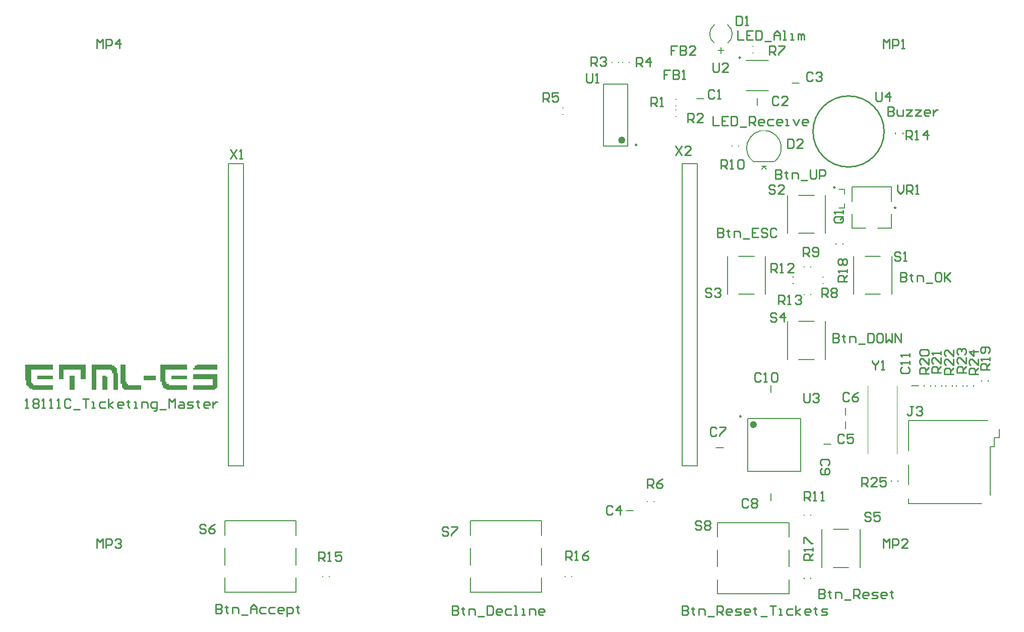
<source format=gbr>
%TF.GenerationSoftware,Altium Limited,Altium Designer,21.6.1 (37)*%
G04 Layer_Color=65535*
%FSLAX43Y43*%
%MOMM*%
%TF.SameCoordinates,2DC9C271-DD38-4FBD-9B37-034AA9505664*%
%TF.FilePolarity,Positive*%
%TF.FileFunction,Legend,Top*%
%TF.Part,Single*%
G01*
G75*
%TA.AperFunction,NonConductor*%
%ADD49C,0.200*%
%ADD50C,0.254*%
%ADD51C,0.250*%
%ADD52C,0.600*%
%ADD53C,0.100*%
%ADD54C,0.152*%
G36*
X12889Y45599D02*
Y45396D01*
Y45192D01*
Y44989D01*
Y44786D01*
Y44583D01*
Y44380D01*
Y44176D01*
Y43973D01*
Y43770D01*
Y43567D01*
Y43364D01*
X12076D01*
Y43567D01*
Y43770D01*
Y43973D01*
Y44176D01*
Y44380D01*
Y44583D01*
Y44786D01*
Y44989D01*
X9231D01*
Y44786D01*
Y44583D01*
Y44380D01*
Y44176D01*
Y43973D01*
Y43770D01*
Y43567D01*
Y43364D01*
X8418D01*
Y43567D01*
Y43770D01*
Y43973D01*
Y44176D01*
Y44380D01*
Y44583D01*
Y44786D01*
Y44989D01*
Y45192D01*
Y45396D01*
Y45599D01*
Y45802D01*
X12889D01*
Y45599D01*
D02*
G37*
G36*
X7402Y43770D02*
Y43567D01*
Y43364D01*
X4761D01*
Y43567D01*
Y43770D01*
Y43973D01*
X7402D01*
Y43770D01*
D02*
G37*
G36*
X17359Y45599D02*
X17765D01*
Y45396D01*
X17969D01*
Y45192D01*
X18172D01*
Y44989D01*
Y44786D01*
Y44583D01*
Y44380D01*
X18375D01*
Y44176D01*
Y43973D01*
Y43770D01*
Y43567D01*
Y43364D01*
Y43160D01*
Y42957D01*
Y42754D01*
Y42551D01*
Y42348D01*
Y42144D01*
Y41941D01*
Y41738D01*
Y41535D01*
X17562D01*
Y41738D01*
Y41941D01*
Y42144D01*
Y42348D01*
Y42551D01*
Y42754D01*
Y42957D01*
Y43160D01*
Y43364D01*
Y43567D01*
Y43770D01*
Y43973D01*
Y44176D01*
Y44380D01*
X17359D01*
Y44583D01*
Y44786D01*
X17156D01*
Y44989D01*
X14717D01*
Y44786D01*
Y44583D01*
Y44380D01*
Y44176D01*
Y43973D01*
Y43770D01*
Y43567D01*
Y43364D01*
Y43160D01*
Y42957D01*
Y42754D01*
Y42551D01*
Y42348D01*
Y42144D01*
Y41941D01*
Y41738D01*
Y41535D01*
X13905D01*
Y41738D01*
Y41941D01*
Y42144D01*
Y42348D01*
Y42551D01*
Y42754D01*
Y42957D01*
Y43160D01*
Y43364D01*
Y43567D01*
Y43770D01*
Y43973D01*
Y44176D01*
Y44380D01*
Y44583D01*
Y44786D01*
Y44989D01*
Y45192D01*
Y45396D01*
Y45599D01*
Y45802D01*
X17359D01*
Y45599D01*
D02*
G37*
G36*
X16343Y43770D02*
X16546D01*
Y43567D01*
Y43364D01*
Y43160D01*
Y42957D01*
Y42754D01*
Y42551D01*
Y42348D01*
Y42144D01*
Y41941D01*
Y41738D01*
Y41535D01*
X15733D01*
Y41738D01*
Y41941D01*
Y42144D01*
Y42348D01*
Y42551D01*
Y42754D01*
Y42957D01*
Y43160D01*
Y43364D01*
Y43567D01*
Y43770D01*
Y43973D01*
X16343D01*
Y43770D01*
D02*
G37*
G36*
X11060D02*
Y43567D01*
Y43364D01*
Y43160D01*
Y42957D01*
Y42754D01*
Y42551D01*
Y42348D01*
Y42144D01*
Y41941D01*
Y41738D01*
Y41535D01*
X10247D01*
Y41738D01*
Y41941D01*
Y42144D01*
Y42348D01*
Y42551D01*
Y42754D01*
Y42957D01*
Y43160D01*
Y43364D01*
Y43567D01*
Y43770D01*
Y43973D01*
X11060D01*
Y43770D01*
D02*
G37*
G36*
X7402Y45599D02*
Y45396D01*
Y45192D01*
Y44989D01*
X3745D01*
Y44786D01*
Y44583D01*
Y44380D01*
Y44176D01*
Y43973D01*
Y43770D01*
Y43567D01*
Y43364D01*
Y43160D01*
Y42957D01*
Y42754D01*
X3948D01*
Y42551D01*
X4151D01*
Y42348D01*
X7402D01*
Y42144D01*
Y41941D01*
Y41738D01*
Y41535D01*
X3948D01*
Y41738D01*
X3541D01*
Y41941D01*
X3338D01*
Y42144D01*
X3135D01*
Y42348D01*
X2932D01*
Y42551D01*
Y42754D01*
Y42957D01*
Y43160D01*
X2729D01*
Y43364D01*
Y43567D01*
Y43770D01*
Y43973D01*
Y44176D01*
Y44380D01*
Y44583D01*
Y44786D01*
Y44989D01*
Y45192D01*
Y45396D01*
Y45599D01*
Y45802D01*
X7402D01*
Y45599D01*
D02*
G37*
G36*
X35037D02*
Y45396D01*
Y45192D01*
Y44989D01*
X30973D01*
Y45192D01*
X31177D01*
Y45396D01*
Y45599D01*
X31583D01*
Y45802D01*
X35037D01*
Y45599D01*
D02*
G37*
G36*
X29957Y43770D02*
Y43567D01*
Y43364D01*
X27316D01*
Y43567D01*
Y43770D01*
Y43973D01*
X29957D01*
Y43770D01*
D02*
G37*
G36*
X24674D02*
Y43567D01*
Y43364D01*
Y43160D01*
X22642D01*
Y43364D01*
Y43567D01*
Y43770D01*
Y43973D01*
X24674D01*
Y43770D01*
D02*
G37*
G36*
X35037Y43973D02*
Y43770D01*
Y43567D01*
Y43364D01*
Y43160D01*
Y42957D01*
Y42754D01*
Y42551D01*
Y42348D01*
Y42144D01*
Y41941D01*
X34834D01*
Y41738D01*
X34631D01*
Y41535D01*
X30973D01*
Y41738D01*
Y41941D01*
Y42144D01*
Y42348D01*
X34225D01*
Y42551D01*
Y42754D01*
Y42957D01*
Y43160D01*
Y43364D01*
X30973D01*
Y43567D01*
Y43770D01*
Y43973D01*
Y44176D01*
X35037D01*
Y43973D01*
D02*
G37*
G36*
X29957Y45599D02*
Y45396D01*
Y45192D01*
Y44989D01*
X26300D01*
Y44786D01*
Y44583D01*
Y44380D01*
Y44176D01*
Y43973D01*
Y43770D01*
Y43567D01*
Y43364D01*
Y43160D01*
Y42957D01*
X26503D01*
Y42754D01*
Y42551D01*
X26909D01*
Y42348D01*
X29957D01*
Y42144D01*
Y41941D01*
Y41738D01*
Y41535D01*
X26503D01*
Y41738D01*
X26097D01*
Y41941D01*
X25893D01*
Y42144D01*
Y42348D01*
X25690D01*
Y42551D01*
Y42754D01*
Y42957D01*
X25487D01*
Y43160D01*
Y43364D01*
Y43567D01*
Y43770D01*
Y43973D01*
Y44176D01*
Y44380D01*
Y44583D01*
Y44786D01*
Y44989D01*
Y45192D01*
Y45396D01*
Y45599D01*
Y45802D01*
X29957D01*
Y45599D01*
D02*
G37*
G36*
X19594D02*
Y45396D01*
Y45192D01*
Y44989D01*
Y44786D01*
Y44583D01*
Y44380D01*
Y44176D01*
Y43973D01*
Y43770D01*
Y43567D01*
Y43364D01*
Y43160D01*
Y42957D01*
X19797D01*
Y42754D01*
Y42551D01*
X20001D01*
Y42348D01*
X22236D01*
Y42144D01*
Y41941D01*
Y41738D01*
Y41535D01*
X19391D01*
Y41738D01*
X19188D01*
Y41941D01*
X18985D01*
Y42144D01*
Y42348D01*
Y42551D01*
X18781D01*
Y42754D01*
Y42957D01*
Y43160D01*
Y43364D01*
Y43567D01*
Y43770D01*
Y43973D01*
Y44176D01*
Y44380D01*
Y44583D01*
Y44786D01*
Y44989D01*
Y45192D01*
Y45396D01*
Y45599D01*
Y45802D01*
X19594D01*
Y45599D01*
D02*
G37*
D49*
X128677Y80017D02*
G03*
X128341Y84715I-1857J2228D01*
G01*
X128493Y84614D02*
G03*
X124977Y80006I-1672J-2369D01*
G01*
X120751Y99888D02*
G03*
X120740Y102920I-1151J1512D01*
G01*
X118460D02*
G03*
X118449Y99888I1140J-1520D01*
G01*
X122591Y64045D02*
X125191D01*
X122591Y57645D02*
X125191D01*
X127091D02*
Y64045D01*
X120691Y57645D02*
Y64045D01*
X36861Y28765D02*
X39401D01*
X36861D02*
Y79565D01*
X39401D01*
Y77660D02*
Y79565D01*
Y28765D02*
Y77660D01*
X115500Y90516D02*
X116700D01*
X125043Y79959D02*
X128599D01*
X141891Y57645D02*
Y64045D01*
X148291Y57645D02*
Y64045D01*
X143791Y57645D02*
X146391D01*
X143791Y64045D02*
X146391D01*
X138875Y66025D02*
Y66225D01*
X140125Y66025D02*
Y66225D01*
X162050Y42200D02*
Y42300D01*
X160950Y42200D02*
Y42300D01*
X160250Y42200D02*
Y42300D01*
X159150Y42200D02*
Y42300D01*
X158449Y42200D02*
Y42300D01*
X157349Y42200D02*
Y42300D01*
X156649Y42200D02*
Y42300D01*
X155549Y42200D02*
Y42300D01*
X151100Y31350D02*
Y36400D01*
Y25650D02*
Y28950D01*
Y22400D02*
Y23250D01*
X166300Y33500D02*
Y35000D01*
X151100Y36400D02*
X164400D01*
X151100Y22400D02*
X163400D01*
X165450Y33500D02*
X166300D01*
X165450Y32000D02*
Y33500D01*
X164850Y32000D02*
X165450D01*
X164850Y23850D02*
Y32000D01*
X149300Y26200D02*
Y26300D01*
X148200Y26200D02*
Y26300D01*
X118787Y31825D02*
X119987D01*
X142941Y11693D02*
Y18093D01*
X136541Y11693D02*
Y18093D01*
X138441D02*
X141041D01*
X138441Y11693D02*
X141041D01*
X133600Y9850D02*
Y9950D01*
X134700Y9850D02*
Y9950D01*
X89501Y17095D02*
Y19535D01*
Y12105D02*
Y14965D01*
Y7535D02*
Y9975D01*
X77501Y7535D02*
Y9975D01*
Y12105D02*
Y14965D01*
Y17095D02*
Y19535D01*
Y7535D02*
X89501D01*
X77501Y19535D02*
X89501D01*
X124050Y27825D02*
Y36725D01*
X132950Y27825D02*
Y36725D01*
X124050D02*
X132950D01*
X124050Y27825D02*
X132950D01*
X132661Y74275D02*
X135261D01*
X132661Y67875D02*
X135261D01*
X137161D02*
Y74275D01*
X130761Y67875D02*
Y74275D01*
X131001Y16810D02*
Y19250D01*
Y11820D02*
Y14680D01*
Y7250D02*
Y9690D01*
X119001Y7250D02*
Y9690D01*
Y11820D02*
Y14680D01*
Y16810D02*
Y19250D01*
Y7250D02*
X131001D01*
X119001Y19250D02*
X131001D01*
X120685Y102924D02*
X120740Y102920D01*
X118460D02*
X118515Y102924D01*
X119600Y98110D02*
Y99110D01*
X119100Y98610D02*
X120100D01*
X141648Y75714D02*
X148248D01*
Y73209D02*
Y75714D01*
Y68724D02*
Y71159D01*
X141648Y68724D02*
Y71159D01*
Y73209D02*
Y75714D01*
X145973Y68724D02*
X148248D01*
X141648D02*
X143923D01*
X123834Y91834D02*
X127534D01*
X123834Y96934D02*
X127534D01*
X122584Y82575D02*
Y82675D01*
X121484Y82575D02*
Y82675D01*
X130761Y46675D02*
Y53075D01*
X137161Y46675D02*
Y53075D01*
X132661Y46675D02*
X135261D01*
X132661Y53075D02*
X135261D01*
X103933Y82550D02*
Y92950D01*
X99833Y82550D02*
Y92950D01*
Y82550D02*
X103933D01*
X99833Y92950D02*
X103933D01*
X151600Y42250D02*
X152800D01*
X140330Y72139D02*
Y72889D01*
X139430Y72139D02*
X140330D01*
Y74489D02*
Y75239D01*
X139430D02*
X140330D01*
X153749Y42200D02*
Y42300D01*
X154849Y42200D02*
Y42300D01*
X48251Y17095D02*
Y19535D01*
Y12105D02*
Y14965D01*
Y7535D02*
Y9975D01*
X36251Y7535D02*
Y9975D01*
Y12105D02*
Y14965D01*
Y17095D02*
Y19535D01*
Y7535D02*
X48251D01*
X36251Y19535D02*
X48251D01*
X164450Y43050D02*
Y43150D01*
X163350Y43050D02*
Y43150D01*
X94550Y10135D02*
Y10235D01*
X93450Y10135D02*
Y10235D01*
X53800Y10135D02*
Y10235D01*
X52700Y10135D02*
Y10235D01*
X150125Y84600D02*
Y84800D01*
X148875Y84600D02*
Y84800D01*
X133611Y57595D02*
Y57695D01*
X134711Y57595D02*
Y57695D01*
X131661Y60535D02*
X131761D01*
X131661Y59435D02*
X131761D01*
X133600Y20508D02*
Y20608D01*
X134700Y20508D02*
Y20608D01*
X134711Y62255D02*
Y62355D01*
X133611Y62255D02*
Y62355D01*
X136700Y59435D02*
X136800D01*
X136700Y60535D02*
X136800D01*
X124934Y99300D02*
X125034D01*
X124934Y98200D02*
X125034D01*
X107200Y22800D02*
Y22900D01*
X108300Y22800D02*
Y22900D01*
X93000Y87850D02*
X93100D01*
X93000Y88950D02*
X93100D01*
X104233Y96600D02*
Y96700D01*
X103133Y96600D02*
Y96700D01*
X102433Y96600D02*
Y96700D01*
X101333Y96600D02*
Y96700D01*
X111950Y88625D02*
X112050D01*
X111950Y87525D02*
X112050D01*
X111950Y90450D02*
X112050D01*
X111950Y89350D02*
X112050D01*
X127975Y41150D02*
Y42350D01*
X136891Y32469D02*
X138091D01*
X127975Y22950D02*
Y24150D01*
X140500Y37325D02*
Y38525D01*
Y35069D02*
Y36269D01*
X103650Y21250D02*
X104850D01*
X131564Y93159D02*
X132764D01*
X125695Y89409D02*
Y90609D01*
X115611Y28765D02*
Y77660D01*
Y79565D01*
X113071D02*
X115611D01*
X113071Y28765D02*
Y79565D01*
Y28765D02*
X115611D01*
D50*
X146989Y85000D02*
G03*
X146989Y85000I-5969J0D01*
G01*
X140750Y59750D02*
X139226D01*
Y60512D01*
X139480Y60766D01*
X139988D01*
X140242Y60512D01*
Y59750D01*
Y60258D02*
X140750Y60766D01*
Y61274D02*
Y61781D01*
Y61527D01*
X139226D01*
X139480Y61274D01*
Y62543D02*
X139226Y62797D01*
Y63305D01*
X139480Y63559D01*
X139734D01*
X139988Y63305D01*
X140242Y63559D01*
X140496D01*
X140750Y63305D01*
Y62797D01*
X140496Y62543D01*
X140242D01*
X139988Y62797D01*
X139734Y62543D01*
X139480D01*
X139988Y62797D02*
Y63305D01*
X139871Y70660D02*
X138855D01*
X138601Y70406D01*
Y69898D01*
X138855Y69644D01*
X139871D01*
X140125Y69898D01*
Y70406D01*
X139617Y70152D02*
X140125Y70660D01*
Y70406D02*
X139871Y70660D01*
X140125Y71167D02*
Y71675D01*
Y71421D01*
X138601D01*
X138855Y71167D01*
X147595Y89173D02*
Y87649D01*
X148356D01*
X148610Y87903D01*
Y88157D01*
X148356Y88411D01*
X147595D01*
X148356D01*
X148610Y88665D01*
Y88919D01*
X148356Y89173D01*
X147595D01*
X149118Y88665D02*
Y87903D01*
X149372Y87649D01*
X150134D01*
Y88665D01*
X150642D02*
X151657D01*
X150642Y87649D01*
X151657D01*
X152165Y88665D02*
X153181D01*
X152165Y87649D01*
X153181D01*
X154450D02*
X153943D01*
X153689Y87903D01*
Y88411D01*
X153943Y88665D01*
X154450D01*
X154704Y88411D01*
Y88157D01*
X153689D01*
X155212Y88665D02*
Y87649D01*
Y88157D01*
X155466Y88411D01*
X155720Y88665D01*
X155974D01*
X118254Y87526D02*
Y86003D01*
X119270D01*
X120793Y87526D02*
X119778D01*
Y86003D01*
X120793D01*
X119778Y86765D02*
X120285D01*
X121301Y87526D02*
Y86003D01*
X122063D01*
X122317Y86257D01*
Y87272D01*
X122063Y87526D01*
X121301D01*
X122825Y85749D02*
X123840D01*
X124348Y86003D02*
Y87526D01*
X125110D01*
X125364Y87272D01*
Y86765D01*
X125110Y86511D01*
X124348D01*
X124856D02*
X125364Y86003D01*
X126633D02*
X126125D01*
X125872Y86257D01*
Y86765D01*
X126125Y87019D01*
X126633D01*
X126887Y86765D01*
Y86511D01*
X125872D01*
X128411Y87019D02*
X127649D01*
X127395Y86765D01*
Y86257D01*
X127649Y86003D01*
X128411D01*
X129680D02*
X129172D01*
X128919Y86257D01*
Y86765D01*
X129172Y87019D01*
X129680D01*
X129934Y86765D01*
Y86511D01*
X128919D01*
X130442Y86003D02*
X130950D01*
X130696D01*
Y87019D01*
X130442D01*
X131712D02*
X132219Y86003D01*
X132727Y87019D01*
X133997Y86003D02*
X133489D01*
X133235Y86257D01*
Y86765D01*
X133489Y87019D01*
X133997D01*
X134251Y86765D01*
Y86511D01*
X133235D01*
X122367Y101931D02*
Y100408D01*
X123382D01*
X124906Y101931D02*
X123890D01*
Y100408D01*
X124906D01*
X123890Y101170D02*
X124398D01*
X125414Y101931D02*
Y100408D01*
X126176D01*
X126429Y100662D01*
Y101678D01*
X126176Y101931D01*
X125414D01*
X126937Y100154D02*
X127953D01*
X128461Y100408D02*
Y101424D01*
X128969Y101931D01*
X129476Y101424D01*
Y100408D01*
Y101170D01*
X128461D01*
X129984Y100408D02*
X130492D01*
X130238D01*
Y101931D01*
X129984D01*
X131254Y100408D02*
X131762D01*
X131508D01*
Y101424D01*
X131254D01*
X132523Y100408D02*
Y101424D01*
X132777D01*
X133031Y101170D01*
Y100408D01*
Y101170D01*
X133285Y101424D01*
X133539Y101170D01*
Y100408D01*
X119004Y68781D02*
Y67258D01*
X119766D01*
X120020Y67512D01*
Y67766D01*
X119766Y68020D01*
X119004D01*
X119766D01*
X120020Y68274D01*
Y68528D01*
X119766Y68781D01*
X119004D01*
X120781Y68528D02*
Y68274D01*
X120528D01*
X121035D01*
X120781D01*
Y67512D01*
X121035Y67258D01*
X121797D02*
Y68274D01*
X122559D01*
X122813Y68020D01*
Y67258D01*
X123321Y67004D02*
X124336D01*
X125860Y68781D02*
X124844D01*
Y67258D01*
X125860D01*
X124844Y68020D02*
X125352D01*
X127383Y68528D02*
X127129Y68781D01*
X126622D01*
X126368Y68528D01*
Y68274D01*
X126622Y68020D01*
X127129D01*
X127383Y67766D01*
Y67512D01*
X127129Y67258D01*
X126622D01*
X126368Y67512D01*
X128907Y68528D02*
X128653Y68781D01*
X128145D01*
X127891Y68528D01*
Y67512D01*
X128145Y67258D01*
X128653D01*
X128907Y67512D01*
X128747Y78546D02*
Y77023D01*
X129509D01*
X129763Y77277D01*
Y77531D01*
X129509Y77785D01*
X128747D01*
X129509D01*
X129763Y78039D01*
Y78293D01*
X129509Y78546D01*
X128747D01*
X130524Y78293D02*
Y78039D01*
X130271D01*
X130778D01*
X130524D01*
Y77277D01*
X130778Y77023D01*
X131540D02*
Y78039D01*
X132302D01*
X132556Y77785D01*
Y77023D01*
X133064Y76769D02*
X134079D01*
X134587Y78546D02*
Y77277D01*
X134841Y77023D01*
X135349D01*
X135603Y77277D01*
Y78546D01*
X136111Y77023D02*
Y78546D01*
X136872D01*
X137126Y78293D01*
Y77785D01*
X136872Y77531D01*
X136111D01*
X138395Y51031D02*
Y49508D01*
X139156D01*
X139410Y49762D01*
Y50016D01*
X139156Y50270D01*
X138395D01*
X139156D01*
X139410Y50524D01*
Y50778D01*
X139156Y51031D01*
X138395D01*
X140172Y50778D02*
Y50524D01*
X139918D01*
X140426D01*
X140172D01*
Y49762D01*
X140426Y49508D01*
X141188D02*
Y50524D01*
X141949D01*
X142203Y50270D01*
Y49508D01*
X142711Y49254D02*
X143727D01*
X144235Y51031D02*
Y49508D01*
X144997D01*
X145250Y49762D01*
Y50778D01*
X144997Y51031D01*
X144235D01*
X146520D02*
X146012D01*
X145758Y50778D01*
Y49762D01*
X146012Y49508D01*
X146520D01*
X146774Y49762D01*
Y50778D01*
X146520Y51031D01*
X147282D02*
Y49508D01*
X147790Y50016D01*
X148297Y49508D01*
Y51031D01*
X148805Y49508D02*
Y51031D01*
X149821Y49508D01*
Y51031D01*
X149754Y61281D02*
Y59758D01*
X150516D01*
X150770Y60012D01*
Y60266D01*
X150516Y60520D01*
X149754D01*
X150516D01*
X150770Y60774D01*
Y61028D01*
X150516Y61281D01*
X149754D01*
X151531Y61028D02*
Y60774D01*
X151278D01*
X151785D01*
X151531D01*
Y60012D01*
X151785Y59758D01*
X152547D02*
Y60774D01*
X153309D01*
X153563Y60520D01*
Y59758D01*
X154071Y59504D02*
X155086D01*
X156356Y61281D02*
X155848D01*
X155594Y61028D01*
Y60012D01*
X155848Y59758D01*
X156356D01*
X156610Y60012D01*
Y61028D01*
X156356Y61281D01*
X157118D02*
Y59758D01*
Y60266D01*
X158133Y61281D01*
X157372Y60520D01*
X158133Y59758D01*
X74504Y5281D02*
Y3758D01*
X75266D01*
X75520Y4012D01*
Y4266D01*
X75266Y4520D01*
X74504D01*
X75266D01*
X75520Y4774D01*
Y5028D01*
X75266Y5281D01*
X74504D01*
X76281Y5028D02*
Y4774D01*
X76028D01*
X76535D01*
X76281D01*
Y4012D01*
X76535Y3758D01*
X77297D02*
Y4774D01*
X78059D01*
X78313Y4520D01*
Y3758D01*
X78821Y3504D02*
X79836D01*
X80344Y5281D02*
Y3758D01*
X81106D01*
X81360Y4012D01*
Y5028D01*
X81106Y5281D01*
X80344D01*
X82629Y3758D02*
X82122D01*
X81868Y4012D01*
Y4520D01*
X82122Y4774D01*
X82629D01*
X82883Y4520D01*
Y4266D01*
X81868D01*
X84407Y4774D02*
X83645D01*
X83391Y4520D01*
Y4012D01*
X83645Y3758D01*
X84407D01*
X84915D02*
X85422D01*
X85169D01*
Y5281D01*
X84915D01*
X86184Y3758D02*
X86692D01*
X86438D01*
Y4774D01*
X86184D01*
X87454Y3758D02*
Y4774D01*
X88216D01*
X88469Y4520D01*
Y3758D01*
X89739D02*
X89231D01*
X88977Y4012D01*
Y4520D01*
X89231Y4774D01*
X89739D01*
X89993Y4520D01*
Y4266D01*
X88977D01*
X34754Y5535D02*
Y4012D01*
X35516D01*
X35770Y4266D01*
Y4520D01*
X35516Y4774D01*
X34754D01*
X35516D01*
X35770Y5028D01*
Y5281D01*
X35516Y5535D01*
X34754D01*
X36531Y5281D02*
Y5028D01*
X36278D01*
X36785D01*
X36531D01*
Y4266D01*
X36785Y4012D01*
X37547D02*
Y5028D01*
X38309D01*
X38563Y4774D01*
Y4012D01*
X39071Y3758D02*
X40086D01*
X40594Y4012D02*
Y5028D01*
X41102Y5535D01*
X41610Y5028D01*
Y4012D01*
Y4774D01*
X40594D01*
X43133Y5028D02*
X42372D01*
X42118Y4774D01*
Y4266D01*
X42372Y4012D01*
X43133D01*
X44657Y5028D02*
X43895D01*
X43641Y4774D01*
Y4266D01*
X43895Y4012D01*
X44657D01*
X45926D02*
X45419D01*
X45165Y4266D01*
Y4774D01*
X45419Y5028D01*
X45926D01*
X46180Y4774D01*
Y4520D01*
X45165D01*
X46688Y3504D02*
Y5028D01*
X47450D01*
X47704Y4774D01*
Y4266D01*
X47450Y4012D01*
X46688D01*
X48466Y5281D02*
Y5028D01*
X48212D01*
X48719D01*
X48466D01*
Y4266D01*
X48719Y4012D01*
X113070Y5281D02*
Y3758D01*
X113831D01*
X114085Y4012D01*
Y4266D01*
X113831Y4520D01*
X113070D01*
X113831D01*
X114085Y4774D01*
Y5028D01*
X113831Y5281D01*
X113070D01*
X114847Y5028D02*
Y4774D01*
X114593D01*
X115101D01*
X114847D01*
Y4012D01*
X115101Y3758D01*
X115863D02*
Y4774D01*
X116625D01*
X116878Y4520D01*
Y3758D01*
X117386Y3504D02*
X118402D01*
X118910Y3758D02*
Y5281D01*
X119672D01*
X119925Y5028D01*
Y4520D01*
X119672Y4266D01*
X118910D01*
X119418D02*
X119925Y3758D01*
X121195D02*
X120687D01*
X120433Y4012D01*
Y4520D01*
X120687Y4774D01*
X121195D01*
X121449Y4520D01*
Y4266D01*
X120433D01*
X121957Y3758D02*
X122719D01*
X122972Y4012D01*
X122719Y4266D01*
X122211D01*
X121957Y4520D01*
X122211Y4774D01*
X122972D01*
X124242Y3758D02*
X123734D01*
X123480Y4012D01*
Y4520D01*
X123734Y4774D01*
X124242D01*
X124496Y4520D01*
Y4266D01*
X123480D01*
X125258Y5028D02*
Y4774D01*
X125004D01*
X125512D01*
X125258D01*
Y4012D01*
X125512Y3758D01*
X126273Y3504D02*
X127289D01*
X127797Y5281D02*
X128813D01*
X128305D01*
Y3758D01*
X129320D02*
X129828D01*
X129574D01*
Y4774D01*
X129320D01*
X131606D02*
X130844D01*
X130590Y4520D01*
Y4012D01*
X130844Y3758D01*
X131606D01*
X132114D02*
Y5281D01*
Y4266D02*
X132875Y4774D01*
X132114Y4266D02*
X132875Y3758D01*
X134399D02*
X133891D01*
X133637Y4012D01*
Y4520D01*
X133891Y4774D01*
X134399D01*
X134653Y4520D01*
Y4266D01*
X133637D01*
X135414Y5028D02*
Y4774D01*
X135161D01*
X135668D01*
X135414D01*
Y4012D01*
X135668Y3758D01*
X136430D02*
X137192D01*
X137446Y4012D01*
X137192Y4266D01*
X136684D01*
X136430Y4520D01*
X136684Y4774D01*
X137446D01*
X136004Y8031D02*
Y6508D01*
X136766D01*
X137020Y6762D01*
Y7016D01*
X136766Y7270D01*
X136004D01*
X136766D01*
X137020Y7524D01*
Y7778D01*
X136766Y8031D01*
X136004D01*
X137781Y7778D02*
Y7524D01*
X137528D01*
X138035D01*
X137781D01*
Y6762D01*
X138035Y6508D01*
X138797D02*
Y7524D01*
X139559D01*
X139813Y7270D01*
Y6508D01*
X140321Y6254D02*
X141336D01*
X141844Y6508D02*
Y8031D01*
X142606D01*
X142860Y7778D01*
Y7270D01*
X142606Y7016D01*
X141844D01*
X142352D02*
X142860Y6508D01*
X144129D02*
X143622D01*
X143368Y6762D01*
Y7270D01*
X143622Y7524D01*
X144129D01*
X144383Y7270D01*
Y7016D01*
X143368D01*
X144891Y6508D02*
X145653D01*
X145907Y6762D01*
X145653Y7016D01*
X145145D01*
X144891Y7270D01*
X145145Y7524D01*
X145907D01*
X147176Y6508D02*
X146669D01*
X146415Y6762D01*
Y7270D01*
X146669Y7524D01*
X147176D01*
X147430Y7270D01*
Y7016D01*
X146415D01*
X148192Y7778D02*
Y7524D01*
X147938D01*
X148446D01*
X148192D01*
Y6762D01*
X148446Y6508D01*
X2750Y38500D02*
X3258D01*
X3004D01*
Y40024D01*
X2750Y39770D01*
X4020D02*
X4274Y40024D01*
X4781D01*
X5035Y39770D01*
Y39516D01*
X4781Y39262D01*
X5035Y39008D01*
Y38754D01*
X4781Y38500D01*
X4274D01*
X4020Y38754D01*
Y39008D01*
X4274Y39262D01*
X4020Y39516D01*
Y39770D01*
X4274Y39262D02*
X4781D01*
X5543Y38500D02*
X6051D01*
X5797D01*
Y40024D01*
X5543Y39770D01*
X6813Y38500D02*
X7321D01*
X7067D01*
Y40024D01*
X6813Y39770D01*
X8082Y38500D02*
X8590D01*
X8336D01*
Y40024D01*
X8082Y39770D01*
X10368D02*
X10114Y40024D01*
X9606D01*
X9352Y39770D01*
Y38754D01*
X9606Y38500D01*
X10114D01*
X10368Y38754D01*
X10875Y38246D02*
X11891D01*
X12399Y40024D02*
X13415D01*
X12907D01*
Y38500D01*
X13922D02*
X14430D01*
X14176D01*
Y39516D01*
X13922D01*
X16208D02*
X15446D01*
X15192Y39262D01*
Y38754D01*
X15446Y38500D01*
X16208D01*
X16715D02*
Y40024D01*
Y39008D02*
X17477Y39516D01*
X16715Y39008D02*
X17477Y38500D01*
X19001D02*
X18493D01*
X18239Y38754D01*
Y39262D01*
X18493Y39516D01*
X19001D01*
X19255Y39262D01*
Y39008D01*
X18239D01*
X20016Y39770D02*
Y39516D01*
X19762D01*
X20270D01*
X20016D01*
Y38754D01*
X20270Y38500D01*
X21032D02*
X21540D01*
X21286D01*
Y39516D01*
X21032D01*
X22302Y38500D02*
Y39516D01*
X23063D01*
X23317Y39262D01*
Y38500D01*
X24333Y37992D02*
X24587D01*
X24841Y38246D01*
Y39516D01*
X24079D01*
X23825Y39262D01*
Y38754D01*
X24079Y38500D01*
X24841D01*
X25349Y38246D02*
X26364D01*
X26872Y38500D02*
Y40024D01*
X27380Y39516D01*
X27888Y40024D01*
Y38500D01*
X28650Y39516D02*
X29157D01*
X29411Y39262D01*
Y38500D01*
X28650D01*
X28396Y38754D01*
X28650Y39008D01*
X29411D01*
X29919Y38500D02*
X30681D01*
X30935Y38754D01*
X30681Y39008D01*
X30173D01*
X29919Y39262D01*
X30173Y39516D01*
X30935D01*
X31697Y39770D02*
Y39516D01*
X31443D01*
X31951D01*
X31697D01*
Y38754D01*
X31951Y38500D01*
X33474D02*
X32966D01*
X32712Y38754D01*
Y39262D01*
X32966Y39516D01*
X33474D01*
X33728Y39262D01*
Y39008D01*
X32712D01*
X34236Y39516D02*
Y38500D01*
Y39008D01*
X34490Y39262D01*
X34744Y39516D01*
X34998D01*
X122100Y104430D02*
Y102907D01*
X122862D01*
X123116Y103161D01*
Y104176D01*
X122862Y104430D01*
X122100D01*
X123624Y102907D02*
X124131D01*
X123877D01*
Y104430D01*
X123624Y104176D01*
X14820Y98945D02*
Y100469D01*
X15328Y99961D01*
X15836Y100469D01*
Y98945D01*
X16344D02*
Y100469D01*
X17106D01*
X17360Y100215D01*
Y99707D01*
X17106Y99453D01*
X16344D01*
X18629Y98945D02*
Y100469D01*
X17867Y99707D01*
X18883D01*
X14820Y14947D02*
Y16471D01*
X15328Y15963D01*
X15836Y16471D01*
Y14947D01*
X16344D02*
Y16471D01*
X17106D01*
X17360Y16217D01*
Y15709D01*
X17106Y15455D01*
X16344D01*
X17867Y16217D02*
X18121Y16471D01*
X18629D01*
X18883Y16217D01*
Y15963D01*
X18629Y15709D01*
X18375D01*
X18629D01*
X18883Y15455D01*
Y15201D01*
X18629Y14947D01*
X18121D01*
X17867Y15201D01*
X146824Y14947D02*
Y16471D01*
X147332Y15963D01*
X147840Y16471D01*
Y14947D01*
X148348D02*
Y16471D01*
X149109D01*
X149363Y16217D01*
Y15709D01*
X149109Y15455D01*
X148348D01*
X150887Y14947D02*
X149871D01*
X150887Y15963D01*
Y16217D01*
X150633Y16471D01*
X150125D01*
X149871Y16217D01*
X146824Y98945D02*
Y100469D01*
X147332Y99961D01*
X147840Y100469D01*
Y98945D01*
X148348D02*
Y100469D01*
X149109D01*
X149363Y100215D01*
Y99707D01*
X149109Y99453D01*
X148348D01*
X149871Y98945D02*
X150379D01*
X150125D01*
Y100469D01*
X149871Y100215D01*
X144984Y46512D02*
Y46258D01*
X145492Y45750D01*
X146000Y46258D01*
Y46512D01*
X145492Y45750D02*
Y44988D01*
X146508D02*
X147016D01*
X146762D01*
Y46512D01*
X146508Y46258D01*
X112234Y99431D02*
X111219D01*
Y98669D01*
X111726D01*
X111219D01*
Y97908D01*
X112742Y99431D02*
Y97908D01*
X113504D01*
X113758Y98161D01*
Y98415D01*
X113504Y98669D01*
X112742D01*
X113504D01*
X113758Y98923D01*
Y99177D01*
X113504Y99431D01*
X112742D01*
X115281Y97908D02*
X114266D01*
X115281Y98923D01*
Y99177D01*
X115027Y99431D01*
X114520D01*
X114266Y99177D01*
X111035Y95313D02*
X110020D01*
Y94551D01*
X110527D01*
X110020D01*
Y93789D01*
X111543Y95313D02*
Y93789D01*
X112305D01*
X112559Y94043D01*
Y94297D01*
X112305Y94551D01*
X111543D01*
X112305D01*
X112559Y94805D01*
Y95059D01*
X112305Y95313D01*
X111543D01*
X113067Y93789D02*
X113574D01*
X113321D01*
Y95313D01*
X113067Y95059D01*
X154500Y44250D02*
X152976D01*
Y45012D01*
X153230Y45266D01*
X153738D01*
X153992Y45012D01*
Y44250D01*
Y44758D02*
X154500Y45266D01*
Y46789D02*
Y45774D01*
X153484Y46789D01*
X153230D01*
X152976Y46535D01*
Y46027D01*
X153230Y45774D01*
Y47297D02*
X152976Y47551D01*
Y48059D01*
X153230Y48313D01*
X154246D01*
X154500Y48059D01*
Y47551D01*
X154246Y47297D01*
X153230D01*
X118276Y96558D02*
Y95288D01*
X118530Y95034D01*
X119037D01*
X119291Y95288D01*
Y96558D01*
X120815Y95034D02*
X119799D01*
X120815Y96050D01*
Y96304D01*
X120561Y96558D01*
X120053D01*
X119799Y96304D01*
X149250Y76008D02*
Y74993D01*
X149758Y74485D01*
X150266Y74993D01*
Y76008D01*
X150774Y74485D02*
Y76008D01*
X151535D01*
X151789Y75755D01*
Y75247D01*
X151535Y74993D01*
X150774D01*
X151281D02*
X151789Y74485D01*
X152297D02*
X152805D01*
X152551D01*
Y76008D01*
X152297Y75755D01*
X133500Y40968D02*
Y39699D01*
X133754Y39445D01*
X134262D01*
X134516Y39699D01*
Y40968D01*
X135024Y40715D02*
X135277Y40968D01*
X135785D01*
X136039Y40715D01*
Y40461D01*
X135785Y40207D01*
X135531D01*
X135785D01*
X136039Y39953D01*
Y39699D01*
X135785Y39445D01*
X135277D01*
X135024Y39699D01*
X97000Y94774D02*
Y93504D01*
X97254Y93250D01*
X97762D01*
X98016Y93504D01*
Y94774D01*
X98524Y93250D02*
X99031D01*
X98777D01*
Y94774D01*
X98524Y94520D01*
X116266Y19270D02*
X116012Y19524D01*
X115504D01*
X115250Y19270D01*
Y19016D01*
X115504Y18762D01*
X116012D01*
X116266Y18508D01*
Y18254D01*
X116012Y18000D01*
X115504D01*
X115250Y18254D01*
X116774Y19270D02*
X117027Y19524D01*
X117535D01*
X117789Y19270D01*
Y19016D01*
X117535Y18762D01*
X117789Y18508D01*
Y18254D01*
X117535Y18000D01*
X117027D01*
X116774Y18254D01*
Y18508D01*
X117027Y18762D01*
X116774Y19016D01*
Y19270D01*
X117027Y18762D02*
X117535D01*
X73766Y18270D02*
X73512Y18524D01*
X73004D01*
X72750Y18270D01*
Y18016D01*
X73004Y17762D01*
X73512D01*
X73766Y17508D01*
Y17254D01*
X73512Y17000D01*
X73004D01*
X72750Y17254D01*
X74274Y18524D02*
X75289D01*
Y18270D01*
X74274Y17254D01*
Y17000D01*
X33060Y18703D02*
X32806Y18956D01*
X32299D01*
X32045Y18703D01*
Y18449D01*
X32299Y18195D01*
X32806D01*
X33060Y17941D01*
Y17687D01*
X32806Y17433D01*
X32299D01*
X32045Y17687D01*
X34584Y18956D02*
X34076Y18703D01*
X33568Y18195D01*
Y17687D01*
X33822Y17433D01*
X34330D01*
X34584Y17687D01*
Y17941D01*
X34330Y18195D01*
X33568D01*
X144766Y20770D02*
X144512Y21024D01*
X144004D01*
X143750Y20770D01*
Y20516D01*
X144004Y20262D01*
X144512D01*
X144766Y20008D01*
Y19754D01*
X144512Y19500D01*
X144004D01*
X143750Y19754D01*
X146289Y21024D02*
X145274D01*
Y20262D01*
X145781Y20516D01*
X146035D01*
X146289Y20262D01*
Y19754D01*
X146035Y19500D01*
X145527D01*
X145274Y19754D01*
X128945Y54263D02*
X128691Y54516D01*
X128184D01*
X127930Y54263D01*
Y54009D01*
X128184Y53755D01*
X128691D01*
X128945Y53501D01*
Y53247D01*
X128691Y52993D01*
X128184D01*
X127930Y53247D01*
X130215Y52993D02*
Y54516D01*
X129453Y53755D01*
X130469D01*
X118016Y58450D02*
X117762Y58704D01*
X117254D01*
X117000Y58450D01*
Y58196D01*
X117254Y57942D01*
X117762D01*
X118016Y57688D01*
Y57434D01*
X117762Y57180D01*
X117254D01*
X117000Y57434D01*
X118524Y58450D02*
X118777Y58704D01*
X119285D01*
X119539Y58450D01*
Y58196D01*
X119285Y57942D01*
X119031D01*
X119285D01*
X119539Y57688D01*
Y57434D01*
X119285Y57180D01*
X118777D01*
X118524Y57434D01*
X128636Y75755D02*
X128382Y76008D01*
X127875D01*
X127621Y75755D01*
Y75501D01*
X127875Y75247D01*
X128382D01*
X128636Y74993D01*
Y74739D01*
X128382Y74485D01*
X127875D01*
X127621Y74739D01*
X130160Y74485D02*
X129144D01*
X130160Y75501D01*
Y75755D01*
X129906Y76008D01*
X129398D01*
X129144Y75755D01*
X149766Y64520D02*
X149512Y64774D01*
X149004D01*
X148750Y64520D01*
Y64266D01*
X149004Y64012D01*
X149512D01*
X149766Y63758D01*
Y63504D01*
X149512Y63250D01*
X149004D01*
X148750Y63504D01*
X150274Y63250D02*
X150781D01*
X150527D01*
Y64774D01*
X150274Y64520D01*
X164750Y45000D02*
X163226D01*
Y45762D01*
X163480Y46016D01*
X163988D01*
X164242Y45762D01*
Y45000D01*
Y45508D02*
X164750Y46016D01*
Y46524D02*
Y47031D01*
Y46777D01*
X163226D01*
X163480Y46524D01*
X164496Y47793D02*
X164750Y48047D01*
Y48555D01*
X164496Y48809D01*
X163480D01*
X163226Y48555D01*
Y48047D01*
X163480Y47793D01*
X163734D01*
X163988Y48047D01*
Y48809D01*
X135000Y12988D02*
X133476D01*
Y13750D01*
X133730Y14004D01*
X134238D01*
X134492Y13750D01*
Y12988D01*
Y13496D02*
X135000Y14004D01*
Y14511D02*
Y15019D01*
Y14765D01*
X133476D01*
X133730Y14511D01*
X133476Y15781D02*
Y16797D01*
X133730D01*
X134746Y15781D01*
X135000D01*
X93500Y12988D02*
Y14511D01*
X94262D01*
X94516Y14258D01*
Y13750D01*
X94262Y13496D01*
X93500D01*
X94008D02*
X94516Y12988D01*
X95024D02*
X95531D01*
X95277D01*
Y14511D01*
X95024Y14258D01*
X97309Y14511D02*
X96801Y14258D01*
X96293Y13750D01*
Y13242D01*
X96547Y12988D01*
X97055D01*
X97309Y13242D01*
Y13496D01*
X97055Y13750D01*
X96293D01*
X52000Y12750D02*
Y14274D01*
X52762D01*
X53016Y14020D01*
Y13512D01*
X52762Y13258D01*
X52000D01*
X52508D02*
X53016Y12750D01*
X53524D02*
X54031D01*
X53777D01*
Y14274D01*
X53524Y14020D01*
X55809Y14274D02*
X54793D01*
Y13512D01*
X55301Y13766D01*
X55555D01*
X55809Y13512D01*
Y13004D01*
X55555Y12750D01*
X55047D01*
X54793Y13004D01*
X150643Y83645D02*
Y85169D01*
X151405D01*
X151659Y84915D01*
Y84407D01*
X151405Y84153D01*
X150643D01*
X151151D02*
X151659Y83645D01*
X152167D02*
X152674D01*
X152420D01*
Y85169D01*
X152167Y84915D01*
X154198Y83645D02*
Y85169D01*
X153436Y84407D01*
X154452D01*
X129250Y55965D02*
Y57489D01*
X130012D01*
X130266Y57235D01*
Y56727D01*
X130012Y56473D01*
X129250D01*
X129758D02*
X130266Y55965D01*
X130774D02*
X131281D01*
X131027D01*
Y57489D01*
X130774Y57235D01*
X132043D02*
X132297Y57489D01*
X132805D01*
X133059Y57235D01*
Y56981D01*
X132805Y56727D01*
X132551D01*
X132805D01*
X133059Y56473D01*
Y56219D01*
X132805Y55965D01*
X132297D01*
X132043Y56219D01*
X127975Y61265D02*
Y62788D01*
X128737D01*
X128991Y62535D01*
Y62027D01*
X128737Y61773D01*
X127975D01*
X128483D02*
X128991Y61265D01*
X129499D02*
X130006D01*
X129752D01*
Y62788D01*
X129499Y62535D01*
X131784Y61265D02*
X130768D01*
X131784Y62281D01*
Y62535D01*
X131530Y62788D01*
X131022D01*
X130768Y62535D01*
X133600Y22950D02*
Y24474D01*
X134362D01*
X134616Y24220D01*
Y23712D01*
X134362Y23458D01*
X133600D01*
X134108D02*
X134616Y22950D01*
X135124D02*
X135631D01*
X135377D01*
Y24474D01*
X135124Y24220D01*
X136393Y22950D02*
X136901D01*
X136647D01*
Y24474D01*
X136393Y24220D01*
X119600Y78750D02*
Y80274D01*
X120362D01*
X120616Y80020D01*
Y79512D01*
X120362Y79258D01*
X119600D01*
X120108D02*
X120616Y78750D01*
X121124D02*
X121631D01*
X121377D01*
Y80274D01*
X121124Y80020D01*
X122393D02*
X122647Y80274D01*
X123155D01*
X123409Y80020D01*
Y79004D01*
X123155Y78750D01*
X122647D01*
X122393Y79004D01*
Y80020D01*
X133426Y64044D02*
Y65567D01*
X134187D01*
X134441Y65314D01*
Y64806D01*
X134187Y64552D01*
X133426D01*
X133933D02*
X134441Y64044D01*
X134949Y64298D02*
X135203Y64044D01*
X135711D01*
X135965Y64298D01*
Y65314D01*
X135711Y65567D01*
X135203D01*
X134949Y65314D01*
Y65060D01*
X135203Y64806D01*
X135965D01*
X136500Y57180D02*
Y58704D01*
X137262D01*
X137516Y58450D01*
Y57942D01*
X137262Y57688D01*
X136500D01*
X137008D02*
X137516Y57180D01*
X138024Y58450D02*
X138277Y58704D01*
X138785D01*
X139039Y58450D01*
Y58196D01*
X138785Y57942D01*
X139039Y57688D01*
Y57434D01*
X138785Y57180D01*
X138277D01*
X138024Y57434D01*
Y57688D01*
X138277Y57942D01*
X138024Y58196D01*
Y58450D01*
X138277Y57942D02*
X138785D01*
X127719Y97906D02*
Y99429D01*
X128481D01*
X128735Y99175D01*
Y98667D01*
X128481Y98413D01*
X127719D01*
X128227D02*
X128735Y97906D01*
X129243Y99429D02*
X130258D01*
Y99175D01*
X129243Y98159D01*
Y97906D01*
X107226Y25031D02*
Y26555D01*
X107987D01*
X108241Y26301D01*
Y25793D01*
X107987Y25539D01*
X107226D01*
X107733D02*
X108241Y25031D01*
X109765Y26555D02*
X109257Y26301D01*
X108749Y25793D01*
Y25285D01*
X109003Y25031D01*
X109511D01*
X109765Y25285D01*
Y25539D01*
X109511Y25793D01*
X108749D01*
X89750Y90000D02*
Y91524D01*
X90512D01*
X90766Y91270D01*
Y90762D01*
X90512Y90508D01*
X89750D01*
X90258D02*
X90766Y90000D01*
X92289Y91524D02*
X91274D01*
Y90762D01*
X91781Y91016D01*
X92035D01*
X92289Y90762D01*
Y90254D01*
X92035Y90000D01*
X91527D01*
X91274Y90254D01*
X105400Y95934D02*
Y97458D01*
X106162D01*
X106416Y97204D01*
Y96696D01*
X106162Y96442D01*
X105400D01*
X105908D02*
X106416Y95934D01*
X107685D02*
Y97458D01*
X106924Y96696D01*
X107939D01*
X97750Y96000D02*
Y97524D01*
X98512D01*
X98766Y97270D01*
Y96762D01*
X98512Y96508D01*
X97750D01*
X98258D02*
X98766Y96000D01*
X99274Y97270D02*
X99527Y97524D01*
X100035D01*
X100289Y97270D01*
Y97016D01*
X100035Y96762D01*
X99781D01*
X100035D01*
X100289Y96508D01*
Y96254D01*
X100035Y96000D01*
X99527D01*
X99274Y96254D01*
X114000Y86500D02*
Y88024D01*
X114762D01*
X115016Y87770D01*
Y87262D01*
X114762Y87008D01*
X114000D01*
X114508D02*
X115016Y86500D01*
X116539D02*
X115524D01*
X116539Y87516D01*
Y87770D01*
X116285Y88024D01*
X115777D01*
X115524Y87770D01*
X107825Y89250D02*
Y90774D01*
X108587D01*
X108841Y90520D01*
Y90012D01*
X108587Y89758D01*
X107825D01*
X108333D02*
X108841Y89250D01*
X109349D02*
X109856D01*
X109602D01*
Y90774D01*
X109349Y90520D01*
X151824Y38774D02*
X151316D01*
X151570D01*
Y37504D01*
X151316Y37250D01*
X151062D01*
X150808Y37504D01*
X152332Y38520D02*
X152586Y38774D01*
X153093D01*
X153347Y38520D01*
Y38266D01*
X153093Y38012D01*
X152839D01*
X153093D01*
X153347Y37758D01*
Y37504D01*
X153093Y37250D01*
X152586D01*
X152332Y37504D01*
X130761Y83768D02*
Y82245D01*
X131522D01*
X131776Y82499D01*
Y83515D01*
X131522Y83768D01*
X130761D01*
X133300Y82245D02*
X132284D01*
X133300Y83261D01*
Y83515D01*
X133046Y83768D01*
X132538D01*
X132284Y83515D01*
X150030Y45391D02*
X149776Y45137D01*
Y44629D01*
X150030Y44375D01*
X151046D01*
X151300Y44629D01*
Y45137D01*
X151046Y45391D01*
X151300Y45899D02*
Y46406D01*
Y46152D01*
X149776D01*
X150030Y45899D01*
X151300Y47168D02*
Y47676D01*
Y47422D01*
X149776D01*
X150030Y47168D01*
X126266Y44195D02*
X126012Y44449D01*
X125504D01*
X125250Y44195D01*
Y43180D01*
X125504Y42926D01*
X126012D01*
X126266Y43180D01*
X126774Y42926D02*
X127281D01*
X127027D01*
Y44449D01*
X126774Y44195D01*
X128043D02*
X128297Y44449D01*
X128805D01*
X129059Y44195D01*
Y43180D01*
X128805Y42926D01*
X128297D01*
X128043Y43180D01*
Y44195D01*
X137520Y28839D02*
X137774Y29093D01*
Y29601D01*
X137520Y29854D01*
X136504D01*
X136250Y29601D01*
Y29093D01*
X136504Y28839D01*
Y28331D02*
X136250Y28077D01*
Y27569D01*
X136504Y27315D01*
X137520D01*
X137774Y27569D01*
Y28077D01*
X137520Y28331D01*
X137266D01*
X137012Y28077D01*
Y27315D01*
X124148Y23020D02*
X123894Y23274D01*
X123386D01*
X123132Y23020D01*
Y22004D01*
X123386Y21750D01*
X123894D01*
X124148Y22004D01*
X124656Y23020D02*
X124910Y23274D01*
X125418D01*
X125672Y23020D01*
Y22766D01*
X125418Y22512D01*
X125672Y22258D01*
Y22004D01*
X125418Y21750D01*
X124910D01*
X124656Y22004D01*
Y22258D01*
X124910Y22512D01*
X124656Y22766D01*
Y23020D01*
X124910Y22512D02*
X125418D01*
X118866Y35020D02*
X118612Y35274D01*
X118105D01*
X117851Y35020D01*
Y34004D01*
X118105Y33750D01*
X118612D01*
X118866Y34004D01*
X119374Y35274D02*
X120390D01*
Y35020D01*
X119374Y34004D01*
Y33750D01*
X141135Y40876D02*
X140881Y41130D01*
X140373D01*
X140119Y40876D01*
Y39861D01*
X140373Y39607D01*
X140881D01*
X141135Y39861D01*
X142658Y41130D02*
X142150Y40876D01*
X141643Y40368D01*
Y39861D01*
X141896Y39607D01*
X142404D01*
X142658Y39861D01*
Y40115D01*
X142404Y40368D01*
X141643D01*
X140266Y33845D02*
X140012Y34098D01*
X139504D01*
X139250Y33845D01*
Y32829D01*
X139504Y32575D01*
X140012D01*
X140266Y32829D01*
X141789Y34098D02*
X140774D01*
Y33337D01*
X141281Y33591D01*
X141535D01*
X141789Y33337D01*
Y32829D01*
X141535Y32575D01*
X141027D01*
X140774Y32829D01*
X101424Y21857D02*
X101170Y22111D01*
X100662D01*
X100408Y21857D01*
Y20841D01*
X100662Y20587D01*
X101170D01*
X101424Y20841D01*
X102694Y20587D02*
Y22111D01*
X101932Y21349D01*
X102947D01*
X135016Y94770D02*
X134762Y95024D01*
X134254D01*
X134000Y94770D01*
Y93754D01*
X134254Y93500D01*
X134762D01*
X135016Y93754D01*
X135524Y94770D02*
X135777Y95024D01*
X136285D01*
X136539Y94770D01*
Y94516D01*
X136285Y94262D01*
X136031D01*
X136285D01*
X136539Y94008D01*
Y93754D01*
X136285Y93500D01*
X135777D01*
X135524Y93754D01*
X129266Y90679D02*
X129012Y90933D01*
X128504D01*
X128250Y90679D01*
Y89663D01*
X128504Y89409D01*
X129012D01*
X129266Y89663D01*
X130789Y89409D02*
X129774D01*
X130789Y90425D01*
Y90679D01*
X130535Y90933D01*
X130027D01*
X129774Y90679D01*
X118531Y91770D02*
X118277Y92024D01*
X117770D01*
X117516Y91770D01*
Y90754D01*
X117770Y90500D01*
X118277D01*
X118531Y90754D01*
X119039Y90500D02*
X119547D01*
X119293D01*
Y92024D01*
X119039Y91770D01*
X37215Y81957D02*
X38231Y80434D01*
Y81957D02*
X37215Y80434D01*
X38739D02*
X39247D01*
X38993D01*
Y81957D01*
X38739Y81703D01*
X112000Y82591D02*
X113016Y81068D01*
Y82591D02*
X112000Y81068D01*
X114539D02*
X113524D01*
X114539Y82084D01*
Y82338D01*
X114285Y82591D01*
X113777D01*
X113524Y82338D01*
X156512Y44473D02*
X154988D01*
Y45234D01*
X155242Y45488D01*
X155750D01*
X156004Y45234D01*
Y44473D01*
Y44980D02*
X156512Y45488D01*
Y47012D02*
Y45996D01*
X155496Y47012D01*
X155242D01*
X154988Y46758D01*
Y46250D01*
X155242Y45996D01*
X156512Y47520D02*
Y48027D01*
Y47774D01*
X154988D01*
X155242Y47520D01*
X158662Y44219D02*
X157138D01*
Y44980D01*
X157392Y45234D01*
X157900D01*
X158154Y44980D01*
Y44219D01*
Y44726D02*
X158662Y45234D01*
Y46758D02*
Y45742D01*
X157646Y46758D01*
X157392D01*
X157138Y46504D01*
Y45996D01*
X157392Y45742D01*
X158662Y48281D02*
Y47266D01*
X157646Y48281D01*
X157392D01*
X157138Y48027D01*
Y47520D01*
X157392Y47266D01*
X160762Y44469D02*
X159238D01*
Y45230D01*
X159492Y45484D01*
X160000D01*
X160254Y45230D01*
Y44469D01*
Y44976D02*
X160762Y45484D01*
Y47008D02*
Y45992D01*
X159746Y47008D01*
X159492D01*
X159238Y46754D01*
Y46246D01*
X159492Y45992D01*
Y47516D02*
X159238Y47770D01*
Y48277D01*
X159492Y48531D01*
X159746D01*
X160000Y48277D01*
Y48024D01*
Y48277D01*
X160254Y48531D01*
X160508D01*
X160762Y48277D01*
Y47770D01*
X160508Y47516D01*
X162762Y44219D02*
X161238D01*
Y44980D01*
X161492Y45234D01*
X162000D01*
X162254Y44980D01*
Y44219D01*
Y44726D02*
X162762Y45234D01*
Y46758D02*
Y45742D01*
X161746Y46758D01*
X161492D01*
X161238Y46504D01*
Y45996D01*
X161492Y45742D01*
X162762Y48027D02*
X161238D01*
X162000Y47266D01*
Y48281D01*
X143219Y25338D02*
Y26862D01*
X143980D01*
X144234Y26608D01*
Y26100D01*
X143980Y25846D01*
X143219D01*
X143726D02*
X144234Y25338D01*
X145758D02*
X144742D01*
X145758Y26354D01*
Y26608D01*
X145504Y26862D01*
X144996D01*
X144742Y26608D01*
X147281Y26862D02*
X146266D01*
Y26100D01*
X146774Y26354D01*
X147027D01*
X147281Y26100D01*
Y25592D01*
X147027Y25338D01*
X146520D01*
X146266Y25592D01*
X145593Y91621D02*
Y90351D01*
X145847Y90097D01*
X146355D01*
X146609Y90351D01*
Y91621D01*
X147878Y90097D02*
Y91621D01*
X147117Y90859D01*
X148132D01*
D51*
X122975Y37100D02*
G03*
X122975Y37100I-125J0D01*
G01*
X148973Y72184D02*
G03*
X148973Y72184I-125J0D01*
G01*
X122859Y97434D02*
G03*
X122859Y97434I-125J0D01*
G01*
X105458Y82750D02*
G03*
X105458Y82750I-125J0D01*
G01*
X138755Y75589D02*
G03*
X138755Y75589I-125J0D01*
G01*
D52*
X125350Y35725D02*
G03*
X125350Y35725I-300J0D01*
G01*
X103233Y83550D02*
G03*
X103233Y83550I-300J0D01*
G01*
D53*
X149141Y30850D02*
Y42250D01*
X144241Y30850D02*
Y42250D01*
D54*
X127201Y79197D02*
X126440D01*
X126694D01*
X127201Y78689D01*
X126821Y79070D01*
X126440Y78689D01*
%TF.MD5,3cbb129fbf820170ab61e599b324aa75*%
M02*

</source>
